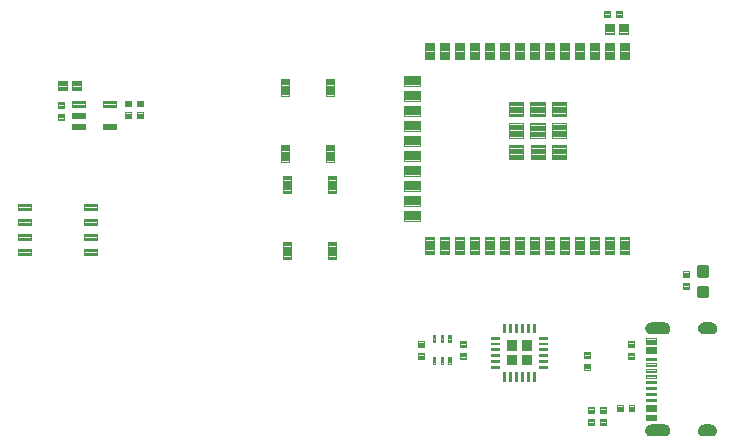
<source format=gtp>
G04 EAGLE Gerber RS-274X export*
G75*
%MOMM*%
%FSLAX34Y34*%
%LPD*%
%INSolderpaste Top*%
%IPPOS*%
%AMOC8*
5,1,8,0,0,1.08239X$1,22.5*%
G01*
%ADD10C,0.102000*%
%ADD11C,0.099000*%
%ADD12C,0.099059*%
%ADD13C,0.300000*%
%ADD14C,0.106400*%

G36*
X601177Y91496D02*
X601177Y91496D01*
X601181Y91492D01*
X602125Y91711D01*
X602131Y91717D01*
X602136Y91715D01*
X603008Y92139D01*
X603011Y92146D01*
X603017Y92144D01*
X603773Y92751D01*
X603775Y92759D01*
X603781Y92759D01*
X604382Y93519D01*
X604382Y93528D01*
X604388Y93529D01*
X604806Y94404D01*
X604804Y94412D01*
X604809Y94414D01*
X605022Y95360D01*
X605019Y95366D01*
X605021Y95368D01*
X605020Y95369D01*
X605023Y95371D01*
X605019Y96340D01*
X605019Y96341D01*
X605000Y97409D01*
X604995Y97416D01*
X604999Y97420D01*
X604743Y98457D01*
X604736Y98462D01*
X604739Y98468D01*
X604258Y99422D01*
X604251Y99426D01*
X604252Y99431D01*
X603571Y100255D01*
X603563Y100256D01*
X603563Y100262D01*
X602716Y100913D01*
X602708Y100913D01*
X602707Y100919D01*
X601736Y101366D01*
X601728Y101364D01*
X601726Y101369D01*
X600680Y101588D01*
X600678Y101587D01*
X600672Y101587D01*
X600670Y101589D01*
X588670Y101589D01*
X588667Y101587D01*
X588664Y101587D01*
X588662Y101589D01*
X587567Y101409D01*
X587561Y101403D01*
X587556Y101406D01*
X586528Y100987D01*
X586524Y100980D01*
X586519Y100982D01*
X585610Y100345D01*
X585608Y100337D01*
X585602Y100337D01*
X584858Y99514D01*
X584857Y99506D01*
X584851Y99505D01*
X584309Y98537D01*
X584310Y98528D01*
X584304Y98526D01*
X583991Y97462D01*
X583994Y97454D01*
X583989Y97451D01*
X583921Y96343D01*
X583925Y96337D01*
X583921Y96333D01*
X584091Y95225D01*
X584097Y95219D01*
X584094Y95214D01*
X584506Y94172D01*
X584513Y94168D01*
X584511Y94163D01*
X585145Y93238D01*
X585153Y93236D01*
X585152Y93230D01*
X585976Y92470D01*
X585984Y92469D01*
X585984Y92463D01*
X586956Y91906D01*
X586964Y91907D01*
X586966Y91901D01*
X588038Y91574D01*
X588046Y91577D01*
X588049Y91572D01*
X589166Y91491D01*
X589169Y91492D01*
X589170Y91491D01*
X601170Y91491D01*
X601177Y91496D01*
G37*
G36*
X600675Y5094D02*
X600675Y5094D01*
X600678Y5091D01*
X601674Y5249D01*
X601680Y5255D01*
X601685Y5252D01*
X602621Y5627D01*
X602625Y5634D01*
X602631Y5632D01*
X603460Y6206D01*
X603463Y6214D01*
X603468Y6213D01*
X604149Y6957D01*
X604150Y6966D01*
X604156Y6966D01*
X604654Y7843D01*
X604653Y7852D01*
X604658Y7854D01*
X604771Y8229D01*
X604949Y8819D01*
X604949Y8820D01*
X604948Y8822D01*
X604946Y8827D01*
X604951Y8830D01*
X605019Y9837D01*
X605018Y9839D01*
X605019Y9840D01*
X605010Y10921D01*
X605005Y10928D01*
X605009Y10932D01*
X604760Y11984D01*
X604753Y11989D01*
X604756Y11994D01*
X604279Y12964D01*
X604271Y12967D01*
X604273Y12973D01*
X603592Y13812D01*
X603584Y13814D01*
X603584Y13820D01*
X602734Y14486D01*
X602725Y14487D01*
X602724Y14492D01*
X601747Y14953D01*
X601739Y14951D01*
X601736Y14957D01*
X600681Y15188D01*
X600678Y15187D01*
X600672Y15187D01*
X600670Y15189D01*
X588670Y15189D01*
X588667Y15187D01*
X588663Y15187D01*
X588662Y15189D01*
X587556Y14996D01*
X587551Y14990D01*
X587546Y14993D01*
X586511Y14560D01*
X586507Y14553D01*
X586502Y14555D01*
X585589Y13902D01*
X585587Y13894D01*
X585581Y13895D01*
X584837Y13056D01*
X584836Y13047D01*
X584831Y13047D01*
X584292Y12063D01*
X584293Y12055D01*
X584288Y12053D01*
X584272Y11999D01*
X584091Y11359D01*
X583981Y10974D01*
X583984Y10967D01*
X583981Y10965D01*
X583981Y10964D01*
X583979Y10963D01*
X583921Y9843D01*
X583924Y9838D01*
X583921Y9835D01*
X584039Y8789D01*
X584045Y8783D01*
X584041Y8778D01*
X584389Y7784D01*
X584396Y7780D01*
X584394Y7775D01*
X584954Y6883D01*
X584961Y6881D01*
X584961Y6875D01*
X585705Y6131D01*
X585713Y6129D01*
X585713Y6124D01*
X586605Y5564D01*
X586613Y5564D01*
X586614Y5559D01*
X587608Y5211D01*
X587616Y5214D01*
X587619Y5209D01*
X588665Y5091D01*
X588668Y5093D01*
X588670Y5091D01*
X600670Y5091D01*
X600675Y5094D01*
G37*
G36*
X639976Y91495D02*
X639976Y91495D01*
X639979Y91492D01*
X641060Y91704D01*
X641065Y91710D01*
X641070Y91707D01*
X642076Y92154D01*
X642080Y92161D01*
X642086Y92159D01*
X642967Y92819D01*
X642970Y92827D01*
X642975Y92827D01*
X643688Y93666D01*
X643688Y93674D01*
X643694Y93675D01*
X644202Y94652D01*
X644201Y94660D01*
X644206Y94662D01*
X644484Y95727D01*
X644481Y95735D01*
X644485Y95738D01*
X644519Y96839D01*
X644516Y96844D01*
X644519Y96847D01*
X644364Y97923D01*
X644358Y97928D01*
X644361Y97933D01*
X643971Y98947D01*
X643964Y98951D01*
X643966Y98957D01*
X643359Y99859D01*
X643351Y99861D01*
X643352Y99867D01*
X642560Y100611D01*
X642552Y100612D01*
X642552Y100618D01*
X641614Y101167D01*
X641606Y101166D01*
X641604Y101172D01*
X640568Y101499D01*
X640560Y101496D01*
X640557Y101501D01*
X639474Y101589D01*
X639471Y101587D01*
X639470Y101589D01*
X633470Y101589D01*
X633467Y101587D01*
X633465Y101587D01*
X633464Y101589D01*
X632331Y101439D01*
X632325Y101433D01*
X632320Y101436D01*
X631250Y101038D01*
X631246Y101031D01*
X631240Y101033D01*
X630285Y100406D01*
X630282Y100398D01*
X630277Y100399D01*
X629485Y99576D01*
X629484Y99568D01*
X629478Y99567D01*
X628889Y98588D01*
X628890Y98580D01*
X628885Y98578D01*
X628529Y97493D01*
X628532Y97485D01*
X628527Y97482D01*
X628421Y96345D01*
X628426Y96336D01*
X628422Y96331D01*
X628629Y95194D01*
X628635Y95188D01*
X628632Y95183D01*
X629087Y94121D01*
X629094Y94117D01*
X629092Y94111D01*
X629772Y93176D01*
X629780Y93174D01*
X629779Y93168D01*
X630650Y92408D01*
X630658Y92408D01*
X630659Y92402D01*
X631678Y91855D01*
X631686Y91856D01*
X631688Y91851D01*
X632802Y91544D01*
X632810Y91547D01*
X632813Y91542D01*
X633968Y91491D01*
X633969Y91492D01*
X633970Y91491D01*
X639970Y91491D01*
X639976Y91495D01*
G37*
G36*
X639474Y5094D02*
X639474Y5094D01*
X639476Y5091D01*
X640609Y5241D01*
X640615Y5247D01*
X640620Y5244D01*
X641690Y5642D01*
X641694Y5649D01*
X641700Y5647D01*
X642655Y6274D01*
X642658Y6282D01*
X642663Y6281D01*
X643455Y7104D01*
X643456Y7112D01*
X643462Y7113D01*
X644051Y8092D01*
X644050Y8100D01*
X644055Y8102D01*
X644411Y9187D01*
X644409Y9195D01*
X644413Y9198D01*
X644519Y10335D01*
X644515Y10342D01*
X644519Y10347D01*
X644374Y11434D01*
X644368Y11440D01*
X644371Y11445D01*
X643988Y12473D01*
X643981Y12478D01*
X643983Y12483D01*
X643380Y13400D01*
X643372Y13403D01*
X643373Y13409D01*
X642581Y14169D01*
X642573Y14170D01*
X642572Y14176D01*
X641631Y14740D01*
X641623Y14739D01*
X641621Y14745D01*
X640578Y15086D01*
X640570Y15084D01*
X640567Y15088D01*
X639475Y15189D01*
X639472Y15187D01*
X639470Y15189D01*
X633470Y15189D01*
X633467Y15187D01*
X633466Y15189D01*
X632373Y15088D01*
X632367Y15083D01*
X632362Y15086D01*
X631319Y14745D01*
X631314Y14738D01*
X631309Y14740D01*
X630368Y14176D01*
X630365Y14168D01*
X630359Y14169D01*
X629567Y13409D01*
X629566Y13401D01*
X629560Y13400D01*
X628958Y12483D01*
X628958Y12475D01*
X628953Y12473D01*
X628569Y11445D01*
X628571Y11437D01*
X628566Y11434D01*
X628421Y10347D01*
X628425Y10339D01*
X628421Y10335D01*
X628527Y9198D01*
X628532Y9192D01*
X628529Y9187D01*
X628885Y8102D01*
X628892Y8097D01*
X628889Y8092D01*
X629478Y7113D01*
X629486Y7110D01*
X629485Y7104D01*
X630277Y6281D01*
X630285Y6280D01*
X630285Y6274D01*
X631240Y5647D01*
X631248Y5648D01*
X631250Y5642D01*
X632320Y5244D01*
X632328Y5246D01*
X632331Y5241D01*
X633464Y5091D01*
X633468Y5094D01*
X633470Y5091D01*
X639470Y5091D01*
X639474Y5094D01*
G37*
G36*
X475011Y77643D02*
X475011Y77643D01*
X475077Y77645D01*
X475120Y77663D01*
X475167Y77671D01*
X475224Y77705D01*
X475284Y77730D01*
X475319Y77761D01*
X475360Y77786D01*
X475402Y77837D01*
X475450Y77881D01*
X475472Y77923D01*
X475501Y77960D01*
X475522Y78022D01*
X475553Y78081D01*
X475561Y78135D01*
X475573Y78172D01*
X475572Y78212D01*
X475580Y78266D01*
X475580Y85766D01*
X475569Y85831D01*
X475567Y85897D01*
X475549Y85940D01*
X475541Y85987D01*
X475507Y86044D01*
X475482Y86104D01*
X475451Y86139D01*
X475426Y86180D01*
X475375Y86222D01*
X475331Y86270D01*
X475289Y86292D01*
X475252Y86321D01*
X475190Y86342D01*
X475131Y86373D01*
X475077Y86381D01*
X475040Y86393D01*
X475000Y86392D01*
X474946Y86400D01*
X467446Y86400D01*
X467381Y86389D01*
X467315Y86387D01*
X467272Y86369D01*
X467225Y86361D01*
X467168Y86327D01*
X467108Y86302D01*
X467073Y86271D01*
X467032Y86246D01*
X466991Y86195D01*
X466942Y86151D01*
X466920Y86109D01*
X466891Y86072D01*
X466870Y86010D01*
X466839Y85951D01*
X466831Y85897D01*
X466819Y85860D01*
X466820Y85820D01*
X466812Y85766D01*
X466812Y78266D01*
X466823Y78201D01*
X466825Y78135D01*
X466843Y78092D01*
X466851Y78045D01*
X466885Y77988D01*
X466910Y77928D01*
X466941Y77893D01*
X466966Y77852D01*
X467017Y77811D01*
X467061Y77762D01*
X467103Y77740D01*
X467140Y77711D01*
X467202Y77690D01*
X467261Y77659D01*
X467315Y77651D01*
X467352Y77639D01*
X467392Y77640D01*
X467446Y77632D01*
X474946Y77632D01*
X475011Y77643D01*
G37*
G36*
X487511Y77643D02*
X487511Y77643D01*
X487577Y77645D01*
X487620Y77663D01*
X487667Y77671D01*
X487724Y77705D01*
X487784Y77730D01*
X487819Y77761D01*
X487860Y77786D01*
X487902Y77837D01*
X487950Y77881D01*
X487972Y77923D01*
X488001Y77960D01*
X488022Y78022D01*
X488053Y78081D01*
X488061Y78135D01*
X488073Y78172D01*
X488072Y78212D01*
X488080Y78266D01*
X488080Y85766D01*
X488069Y85831D01*
X488067Y85897D01*
X488049Y85940D01*
X488041Y85987D01*
X488007Y86044D01*
X487982Y86104D01*
X487951Y86139D01*
X487926Y86180D01*
X487875Y86222D01*
X487831Y86270D01*
X487789Y86292D01*
X487752Y86321D01*
X487690Y86342D01*
X487631Y86373D01*
X487577Y86381D01*
X487540Y86393D01*
X487500Y86392D01*
X487446Y86400D01*
X479946Y86400D01*
X479881Y86389D01*
X479815Y86387D01*
X479772Y86369D01*
X479725Y86361D01*
X479668Y86327D01*
X479608Y86302D01*
X479573Y86271D01*
X479532Y86246D01*
X479491Y86195D01*
X479442Y86151D01*
X479420Y86109D01*
X479391Y86072D01*
X479370Y86010D01*
X479339Y85951D01*
X479331Y85897D01*
X479319Y85860D01*
X479320Y85820D01*
X479312Y85766D01*
X479312Y78266D01*
X479323Y78201D01*
X479325Y78135D01*
X479343Y78092D01*
X479351Y78045D01*
X479385Y77988D01*
X479410Y77928D01*
X479441Y77893D01*
X479466Y77852D01*
X479517Y77811D01*
X479561Y77762D01*
X479603Y77740D01*
X479640Y77711D01*
X479702Y77690D01*
X479761Y77659D01*
X479815Y77651D01*
X479852Y77639D01*
X479892Y77640D01*
X479946Y77632D01*
X487446Y77632D01*
X487511Y77643D01*
G37*
G36*
X487511Y65143D02*
X487511Y65143D01*
X487577Y65145D01*
X487620Y65163D01*
X487667Y65171D01*
X487724Y65205D01*
X487784Y65230D01*
X487819Y65261D01*
X487860Y65286D01*
X487902Y65337D01*
X487950Y65381D01*
X487972Y65423D01*
X488001Y65460D01*
X488022Y65522D01*
X488053Y65581D01*
X488061Y65635D01*
X488073Y65672D01*
X488072Y65712D01*
X488080Y65766D01*
X488080Y73266D01*
X488069Y73331D01*
X488067Y73397D01*
X488049Y73440D01*
X488041Y73487D01*
X488007Y73544D01*
X487982Y73604D01*
X487951Y73639D01*
X487926Y73680D01*
X487875Y73722D01*
X487831Y73770D01*
X487789Y73792D01*
X487752Y73821D01*
X487690Y73842D01*
X487631Y73873D01*
X487577Y73881D01*
X487540Y73893D01*
X487500Y73892D01*
X487446Y73900D01*
X479946Y73900D01*
X479881Y73889D01*
X479815Y73887D01*
X479772Y73869D01*
X479725Y73861D01*
X479668Y73827D01*
X479608Y73802D01*
X479573Y73771D01*
X479532Y73746D01*
X479491Y73695D01*
X479442Y73651D01*
X479420Y73609D01*
X479391Y73572D01*
X479370Y73510D01*
X479339Y73451D01*
X479331Y73397D01*
X479319Y73360D01*
X479320Y73320D01*
X479312Y73266D01*
X479312Y65766D01*
X479323Y65701D01*
X479325Y65635D01*
X479343Y65592D01*
X479351Y65545D01*
X479385Y65488D01*
X479410Y65428D01*
X479441Y65393D01*
X479466Y65352D01*
X479517Y65311D01*
X479561Y65262D01*
X479603Y65240D01*
X479640Y65211D01*
X479702Y65190D01*
X479761Y65159D01*
X479815Y65151D01*
X479852Y65139D01*
X479892Y65140D01*
X479946Y65132D01*
X487446Y65132D01*
X487511Y65143D01*
G37*
G36*
X475011Y65143D02*
X475011Y65143D01*
X475077Y65145D01*
X475120Y65163D01*
X475167Y65171D01*
X475224Y65205D01*
X475284Y65230D01*
X475319Y65261D01*
X475360Y65286D01*
X475402Y65337D01*
X475450Y65381D01*
X475472Y65423D01*
X475501Y65460D01*
X475522Y65522D01*
X475553Y65581D01*
X475561Y65635D01*
X475573Y65672D01*
X475572Y65712D01*
X475580Y65766D01*
X475580Y73266D01*
X475569Y73331D01*
X475567Y73397D01*
X475549Y73440D01*
X475541Y73487D01*
X475507Y73544D01*
X475482Y73604D01*
X475451Y73639D01*
X475426Y73680D01*
X475375Y73722D01*
X475331Y73770D01*
X475289Y73792D01*
X475252Y73821D01*
X475190Y73842D01*
X475131Y73873D01*
X475077Y73881D01*
X475040Y73893D01*
X475000Y73892D01*
X474946Y73900D01*
X467446Y73900D01*
X467381Y73889D01*
X467315Y73887D01*
X467272Y73869D01*
X467225Y73861D01*
X467168Y73827D01*
X467108Y73802D01*
X467073Y73771D01*
X467032Y73746D01*
X466991Y73695D01*
X466942Y73651D01*
X466920Y73609D01*
X466891Y73572D01*
X466870Y73510D01*
X466839Y73451D01*
X466831Y73397D01*
X466819Y73360D01*
X466820Y73320D01*
X466812Y73266D01*
X466812Y65766D01*
X466823Y65701D01*
X466825Y65635D01*
X466843Y65592D01*
X466851Y65545D01*
X466885Y65488D01*
X466910Y65428D01*
X466941Y65393D01*
X466966Y65352D01*
X467017Y65311D01*
X467061Y65262D01*
X467103Y65240D01*
X467140Y65211D01*
X467202Y65190D01*
X467261Y65159D01*
X467315Y65151D01*
X467352Y65139D01*
X467392Y65140D01*
X467446Y65132D01*
X474946Y65132D01*
X475011Y65143D01*
G37*
G36*
X466193Y92353D02*
X466193Y92353D01*
X466188Y92360D01*
X466195Y92366D01*
X466195Y100166D01*
X466159Y100213D01*
X466152Y100208D01*
X466146Y100215D01*
X463746Y100215D01*
X463699Y100179D01*
X463704Y100172D01*
X463697Y100166D01*
X463697Y92366D01*
X463733Y92319D01*
X463740Y92324D01*
X463746Y92317D01*
X466146Y92317D01*
X466193Y92353D01*
G37*
G36*
X476193Y92353D02*
X476193Y92353D01*
X476188Y92360D01*
X476195Y92366D01*
X476195Y100166D01*
X476159Y100213D01*
X476152Y100208D01*
X476146Y100215D01*
X473746Y100215D01*
X473699Y100179D01*
X473704Y100172D01*
X473697Y100166D01*
X473697Y92366D01*
X473733Y92319D01*
X473740Y92324D01*
X473746Y92317D01*
X476146Y92317D01*
X476193Y92353D01*
G37*
G36*
X471193Y92353D02*
X471193Y92353D01*
X471188Y92360D01*
X471195Y92366D01*
X471195Y100166D01*
X471159Y100213D01*
X471152Y100208D01*
X471146Y100215D01*
X468746Y100215D01*
X468699Y100179D01*
X468704Y100172D01*
X468697Y100166D01*
X468697Y92366D01*
X468733Y92319D01*
X468740Y92324D01*
X468746Y92317D01*
X471146Y92317D01*
X471193Y92353D01*
G37*
G36*
X486193Y92353D02*
X486193Y92353D01*
X486188Y92360D01*
X486195Y92366D01*
X486195Y100166D01*
X486159Y100213D01*
X486152Y100208D01*
X486146Y100215D01*
X483746Y100215D01*
X483699Y100179D01*
X483704Y100172D01*
X483697Y100166D01*
X483697Y92366D01*
X483733Y92319D01*
X483740Y92324D01*
X483746Y92317D01*
X486146Y92317D01*
X486193Y92353D01*
G37*
G36*
X481193Y92353D02*
X481193Y92353D01*
X481188Y92360D01*
X481195Y92366D01*
X481195Y100166D01*
X481159Y100213D01*
X481152Y100208D01*
X481146Y100215D01*
X478746Y100215D01*
X478699Y100179D01*
X478704Y100172D01*
X478697Y100166D01*
X478697Y92366D01*
X478733Y92319D01*
X478740Y92324D01*
X478746Y92317D01*
X481146Y92317D01*
X481193Y92353D01*
G37*
G36*
X491193Y92353D02*
X491193Y92353D01*
X491188Y92360D01*
X491195Y92366D01*
X491195Y100166D01*
X491159Y100213D01*
X491152Y100208D01*
X491146Y100215D01*
X488746Y100215D01*
X488699Y100179D01*
X488704Y100172D01*
X488697Y100166D01*
X488697Y92366D01*
X488733Y92319D01*
X488740Y92324D01*
X488746Y92317D01*
X491146Y92317D01*
X491193Y92353D01*
G37*
G36*
X460893Y87053D02*
X460893Y87053D01*
X460888Y87060D01*
X460895Y87066D01*
X460895Y89466D01*
X460859Y89513D01*
X460852Y89508D01*
X460846Y89515D01*
X453046Y89515D01*
X452999Y89479D01*
X453004Y89472D01*
X452997Y89466D01*
X452997Y87066D01*
X453033Y87019D01*
X453040Y87024D01*
X453046Y87017D01*
X460846Y87017D01*
X460893Y87053D01*
G37*
G36*
X501893Y87053D02*
X501893Y87053D01*
X501888Y87060D01*
X501895Y87066D01*
X501895Y89466D01*
X501859Y89513D01*
X501852Y89508D01*
X501846Y89515D01*
X494046Y89515D01*
X493999Y89479D01*
X494004Y89472D01*
X493997Y89466D01*
X493997Y87066D01*
X494033Y87019D01*
X494040Y87024D01*
X494046Y87017D01*
X501846Y87017D01*
X501893Y87053D01*
G37*
G36*
X501893Y82053D02*
X501893Y82053D01*
X501888Y82060D01*
X501895Y82066D01*
X501895Y84466D01*
X501859Y84513D01*
X501852Y84508D01*
X501846Y84515D01*
X494046Y84515D01*
X493999Y84479D01*
X494004Y84472D01*
X493997Y84466D01*
X493997Y82066D01*
X494033Y82019D01*
X494040Y82024D01*
X494046Y82017D01*
X501846Y82017D01*
X501893Y82053D01*
G37*
G36*
X460893Y82053D02*
X460893Y82053D01*
X460888Y82060D01*
X460895Y82066D01*
X460895Y84466D01*
X460859Y84513D01*
X460852Y84508D01*
X460846Y84515D01*
X453046Y84515D01*
X452999Y84479D01*
X453004Y84472D01*
X452997Y84466D01*
X452997Y82066D01*
X453033Y82019D01*
X453040Y82024D01*
X453046Y82017D01*
X460846Y82017D01*
X460893Y82053D01*
G37*
G36*
X501893Y77053D02*
X501893Y77053D01*
X501888Y77060D01*
X501895Y77066D01*
X501895Y79466D01*
X501859Y79513D01*
X501852Y79508D01*
X501846Y79515D01*
X494046Y79515D01*
X493999Y79479D01*
X494004Y79472D01*
X493997Y79466D01*
X493997Y77066D01*
X494033Y77019D01*
X494040Y77024D01*
X494046Y77017D01*
X501846Y77017D01*
X501893Y77053D01*
G37*
G36*
X460893Y77053D02*
X460893Y77053D01*
X460888Y77060D01*
X460895Y77066D01*
X460895Y79466D01*
X460859Y79513D01*
X460852Y79508D01*
X460846Y79515D01*
X453046Y79515D01*
X452999Y79479D01*
X453004Y79472D01*
X452997Y79466D01*
X452997Y77066D01*
X453033Y77019D01*
X453040Y77024D01*
X453046Y77017D01*
X460846Y77017D01*
X460893Y77053D01*
G37*
G36*
X460893Y72053D02*
X460893Y72053D01*
X460888Y72060D01*
X460895Y72066D01*
X460895Y74466D01*
X460859Y74513D01*
X460852Y74508D01*
X460846Y74515D01*
X453046Y74515D01*
X452999Y74479D01*
X453004Y74472D01*
X452997Y74466D01*
X452997Y72066D01*
X453033Y72019D01*
X453040Y72024D01*
X453046Y72017D01*
X460846Y72017D01*
X460893Y72053D01*
G37*
G36*
X501893Y72053D02*
X501893Y72053D01*
X501888Y72060D01*
X501895Y72066D01*
X501895Y74466D01*
X501859Y74513D01*
X501852Y74508D01*
X501846Y74515D01*
X494046Y74515D01*
X493999Y74479D01*
X494004Y74472D01*
X493997Y74466D01*
X493997Y72066D01*
X494033Y72019D01*
X494040Y72024D01*
X494046Y72017D01*
X501846Y72017D01*
X501893Y72053D01*
G37*
G36*
X501893Y67053D02*
X501893Y67053D01*
X501888Y67060D01*
X501895Y67066D01*
X501895Y69466D01*
X501859Y69513D01*
X501852Y69508D01*
X501846Y69515D01*
X494046Y69515D01*
X493999Y69479D01*
X494004Y69472D01*
X493997Y69466D01*
X493997Y67066D01*
X494033Y67019D01*
X494040Y67024D01*
X494046Y67017D01*
X501846Y67017D01*
X501893Y67053D01*
G37*
G36*
X460893Y67053D02*
X460893Y67053D01*
X460888Y67060D01*
X460895Y67066D01*
X460895Y69466D01*
X460859Y69513D01*
X460852Y69508D01*
X460846Y69515D01*
X453046Y69515D01*
X452999Y69479D01*
X453004Y69472D01*
X452997Y69466D01*
X452997Y67066D01*
X453033Y67019D01*
X453040Y67024D01*
X453046Y67017D01*
X460846Y67017D01*
X460893Y67053D01*
G37*
G36*
X501893Y62053D02*
X501893Y62053D01*
X501888Y62060D01*
X501895Y62066D01*
X501895Y64466D01*
X501859Y64513D01*
X501852Y64508D01*
X501846Y64515D01*
X494046Y64515D01*
X493999Y64479D01*
X494004Y64472D01*
X493997Y64466D01*
X493997Y62066D01*
X494033Y62019D01*
X494040Y62024D01*
X494046Y62017D01*
X501846Y62017D01*
X501893Y62053D01*
G37*
G36*
X460893Y62053D02*
X460893Y62053D01*
X460888Y62060D01*
X460895Y62066D01*
X460895Y64466D01*
X460859Y64513D01*
X460852Y64508D01*
X460846Y64515D01*
X453046Y64515D01*
X452999Y64479D01*
X453004Y64472D01*
X452997Y64466D01*
X452997Y62066D01*
X453033Y62019D01*
X453040Y62024D01*
X453046Y62017D01*
X460846Y62017D01*
X460893Y62053D01*
G37*
G36*
X476193Y51353D02*
X476193Y51353D01*
X476188Y51360D01*
X476195Y51366D01*
X476195Y59166D01*
X476159Y59213D01*
X476152Y59208D01*
X476146Y59215D01*
X473746Y59215D01*
X473699Y59179D01*
X473704Y59172D01*
X473697Y59166D01*
X473697Y51366D01*
X473733Y51319D01*
X473740Y51324D01*
X473746Y51317D01*
X476146Y51317D01*
X476193Y51353D01*
G37*
G36*
X466193Y51353D02*
X466193Y51353D01*
X466188Y51360D01*
X466195Y51366D01*
X466195Y59166D01*
X466159Y59213D01*
X466152Y59208D01*
X466146Y59215D01*
X463746Y59215D01*
X463699Y59179D01*
X463704Y59172D01*
X463697Y59166D01*
X463697Y51366D01*
X463733Y51319D01*
X463740Y51324D01*
X463746Y51317D01*
X466146Y51317D01*
X466193Y51353D01*
G37*
G36*
X491193Y51353D02*
X491193Y51353D01*
X491188Y51360D01*
X491195Y51366D01*
X491195Y59166D01*
X491159Y59213D01*
X491152Y59208D01*
X491146Y59215D01*
X488746Y59215D01*
X488699Y59179D01*
X488704Y59172D01*
X488697Y59166D01*
X488697Y51366D01*
X488733Y51319D01*
X488740Y51324D01*
X488746Y51317D01*
X491146Y51317D01*
X491193Y51353D01*
G37*
G36*
X486193Y51353D02*
X486193Y51353D01*
X486188Y51360D01*
X486195Y51366D01*
X486195Y59166D01*
X486159Y59213D01*
X486152Y59208D01*
X486146Y59215D01*
X483746Y59215D01*
X483699Y59179D01*
X483704Y59172D01*
X483697Y59166D01*
X483697Y51366D01*
X483733Y51319D01*
X483740Y51324D01*
X483746Y51317D01*
X486146Y51317D01*
X486193Y51353D01*
G37*
G36*
X481193Y51353D02*
X481193Y51353D01*
X481188Y51360D01*
X481195Y51366D01*
X481195Y59166D01*
X481159Y59213D01*
X481152Y59208D01*
X481146Y59215D01*
X478746Y59215D01*
X478699Y59179D01*
X478704Y59172D01*
X478697Y59166D01*
X478697Y51366D01*
X478733Y51319D01*
X478740Y51324D01*
X478746Y51317D01*
X481146Y51317D01*
X481193Y51353D01*
G37*
G36*
X471193Y51353D02*
X471193Y51353D01*
X471188Y51360D01*
X471195Y51366D01*
X471195Y59166D01*
X471159Y59213D01*
X471152Y59208D01*
X471146Y59215D01*
X468746Y59215D01*
X468699Y59179D01*
X468704Y59172D01*
X468697Y59166D01*
X468697Y51366D01*
X468733Y51319D01*
X468740Y51324D01*
X468746Y51317D01*
X471146Y51317D01*
X471193Y51353D01*
G37*
D10*
X396698Y75565D02*
X396698Y70585D01*
X391718Y70585D01*
X391718Y75565D01*
X396698Y75565D01*
X396698Y71554D02*
X391718Y71554D01*
X391718Y72523D02*
X396698Y72523D01*
X396698Y73492D02*
X391718Y73492D01*
X391718Y74461D02*
X396698Y74461D01*
X396698Y75430D02*
X391718Y75430D01*
X396698Y80585D02*
X396698Y85565D01*
X396698Y80585D02*
X391718Y80585D01*
X391718Y85565D01*
X396698Y85565D01*
X396698Y81554D02*
X391718Y81554D01*
X391718Y82523D02*
X396698Y82523D01*
X396698Y83492D02*
X391718Y83492D01*
X391718Y84461D02*
X396698Y84461D01*
X396698Y85430D02*
X391718Y85430D01*
X426770Y85819D02*
X426770Y80839D01*
X426770Y85819D02*
X431750Y85819D01*
X431750Y80839D01*
X426770Y80839D01*
X426770Y81808D02*
X431750Y81808D01*
X431750Y82777D02*
X426770Y82777D01*
X426770Y83746D02*
X431750Y83746D01*
X431750Y84715D02*
X426770Y84715D01*
X426770Y85684D02*
X431750Y85684D01*
X426770Y75819D02*
X426770Y70839D01*
X426770Y75819D02*
X431750Y75819D01*
X431750Y70839D01*
X426770Y70839D01*
X426770Y71808D02*
X431750Y71808D01*
X431750Y72777D02*
X426770Y72777D01*
X426770Y73746D02*
X431750Y73746D01*
X431750Y74715D02*
X426770Y74715D01*
X426770Y75684D02*
X431750Y75684D01*
X419224Y85093D02*
X417244Y85093D01*
X417244Y90673D01*
X419224Y90673D01*
X419224Y85093D01*
X419224Y86062D02*
X417244Y86062D01*
X417244Y87031D02*
X419224Y87031D01*
X419224Y88000D02*
X417244Y88000D01*
X417244Y88969D02*
X419224Y88969D01*
X419224Y89938D02*
X417244Y89938D01*
X412724Y72273D02*
X410744Y72273D01*
X412724Y72273D02*
X412724Y66693D01*
X410744Y66693D01*
X410744Y72273D01*
X410744Y67662D02*
X412724Y67662D01*
X412724Y68631D02*
X410744Y68631D01*
X410744Y69600D02*
X412724Y69600D01*
X412724Y70569D02*
X410744Y70569D01*
X410744Y71538D02*
X412724Y71538D01*
X406224Y72273D02*
X404244Y72273D01*
X406224Y72273D02*
X406224Y66693D01*
X404244Y66693D01*
X404244Y72273D01*
X404244Y67662D02*
X406224Y67662D01*
X406224Y68631D02*
X404244Y68631D01*
X404244Y69600D02*
X406224Y69600D01*
X406224Y70569D02*
X404244Y70569D01*
X404244Y71538D02*
X406224Y71538D01*
X417244Y72273D02*
X419224Y72273D01*
X419224Y66693D01*
X417244Y66693D01*
X417244Y72273D01*
X417244Y67662D02*
X419224Y67662D01*
X419224Y68631D02*
X417244Y68631D01*
X417244Y69600D02*
X419224Y69600D01*
X419224Y70569D02*
X417244Y70569D01*
X417244Y71538D02*
X419224Y71538D01*
X412724Y85093D02*
X410744Y85093D01*
X410744Y90673D01*
X412724Y90673D01*
X412724Y85093D01*
X412724Y86062D02*
X410744Y86062D01*
X410744Y87031D02*
X412724Y87031D01*
X412724Y88000D02*
X410744Y88000D01*
X410744Y88969D02*
X412724Y88969D01*
X412724Y89938D02*
X410744Y89938D01*
X406224Y85093D02*
X404244Y85093D01*
X404244Y90673D01*
X406224Y90673D01*
X406224Y85093D01*
X406224Y86062D02*
X404244Y86062D01*
X404244Y87031D02*
X406224Y87031D01*
X406224Y88000D02*
X404244Y88000D01*
X404244Y88969D02*
X406224Y88969D01*
X406224Y89938D02*
X404244Y89938D01*
X153720Y284450D02*
X153720Y289430D01*
X158700Y289430D01*
X158700Y284450D01*
X153720Y284450D01*
X153720Y285419D02*
X158700Y285419D01*
X158700Y286388D02*
X153720Y286388D01*
X153720Y287357D02*
X158700Y287357D01*
X158700Y288326D02*
X153720Y288326D01*
X153720Y289295D02*
X158700Y289295D01*
X153720Y279430D02*
X153720Y274450D01*
X153720Y279430D02*
X158700Y279430D01*
X158700Y274450D01*
X153720Y274450D01*
X153720Y275419D02*
X158700Y275419D01*
X158700Y276388D02*
X153720Y276388D01*
X153720Y277357D02*
X158700Y277357D01*
X158700Y278326D02*
X153720Y278326D01*
X153720Y279295D02*
X158700Y279295D01*
X148540Y279430D02*
X148540Y274450D01*
X143560Y274450D01*
X143560Y279430D01*
X148540Y279430D01*
X148540Y275419D02*
X143560Y275419D01*
X143560Y276388D02*
X148540Y276388D01*
X148540Y277357D02*
X143560Y277357D01*
X143560Y278326D02*
X148540Y278326D01*
X148540Y279295D02*
X143560Y279295D01*
X148540Y284450D02*
X148540Y289430D01*
X148540Y284450D02*
X143560Y284450D01*
X143560Y289430D01*
X148540Y289430D01*
X148540Y285419D02*
X143560Y285419D01*
X143560Y286388D02*
X148540Y286388D01*
X148540Y287357D02*
X143560Y287357D01*
X143560Y288326D02*
X148540Y288326D01*
X148540Y289295D02*
X143560Y289295D01*
D11*
X98334Y288615D02*
X98334Y284105D01*
X98334Y288615D02*
X109344Y288615D01*
X109344Y284105D01*
X98334Y284105D01*
X98334Y285045D02*
X109344Y285045D01*
X109344Y285985D02*
X98334Y285985D01*
X98334Y286925D02*
X109344Y286925D01*
X109344Y287865D02*
X98334Y287865D01*
X98334Y279115D02*
X98334Y274605D01*
X98334Y279115D02*
X109344Y279115D01*
X109344Y274605D01*
X98334Y274605D01*
X98334Y275545D02*
X109344Y275545D01*
X109344Y276485D02*
X98334Y276485D01*
X98334Y277425D02*
X109344Y277425D01*
X109344Y278365D02*
X98334Y278365D01*
X98334Y269615D02*
X98334Y265105D01*
X98334Y269615D02*
X109344Y269615D01*
X109344Y265105D01*
X98334Y265105D01*
X98334Y266045D02*
X109344Y266045D01*
X109344Y266985D02*
X98334Y266985D01*
X98334Y267925D02*
X109344Y267925D01*
X109344Y268865D02*
X98334Y268865D01*
X124336Y269615D02*
X124336Y265105D01*
X124336Y269615D02*
X135346Y269615D01*
X135346Y265105D01*
X124336Y265105D01*
X124336Y266045D02*
X135346Y266045D01*
X135346Y266985D02*
X124336Y266985D01*
X124336Y267925D02*
X135346Y267925D01*
X135346Y268865D02*
X124336Y268865D01*
X124336Y284105D02*
X124336Y288615D01*
X135346Y288615D01*
X135346Y284105D01*
X124336Y284105D01*
X124336Y285045D02*
X135346Y285045D01*
X135346Y285985D02*
X124336Y285985D01*
X124336Y286925D02*
X135346Y286925D01*
X135346Y287865D02*
X124336Y287865D01*
D10*
X86410Y288160D02*
X86410Y283180D01*
X86410Y288160D02*
X91390Y288160D01*
X91390Y283180D01*
X86410Y283180D01*
X86410Y284149D02*
X91390Y284149D01*
X91390Y285118D02*
X86410Y285118D01*
X86410Y286087D02*
X91390Y286087D01*
X91390Y287056D02*
X86410Y287056D01*
X86410Y288025D02*
X91390Y288025D01*
X86410Y278160D02*
X86410Y273180D01*
X86410Y278160D02*
X91390Y278160D01*
X91390Y273180D01*
X86410Y273180D01*
X86410Y274149D02*
X91390Y274149D01*
X91390Y275118D02*
X86410Y275118D01*
X86410Y276087D02*
X91390Y276087D01*
X91390Y277056D02*
X86410Y277056D01*
X86410Y278025D02*
X91390Y278025D01*
X98580Y306250D02*
X106060Y306250D01*
X106060Y298270D01*
X98580Y298270D01*
X98580Y306250D01*
X98580Y299239D02*
X106060Y299239D01*
X106060Y300208D02*
X98580Y300208D01*
X98580Y301177D02*
X106060Y301177D01*
X106060Y302146D02*
X98580Y302146D01*
X98580Y303115D02*
X106060Y303115D01*
X106060Y304084D02*
X98580Y304084D01*
X98580Y305053D02*
X106060Y305053D01*
X106060Y306022D02*
X98580Y306022D01*
X94460Y306250D02*
X86980Y306250D01*
X94460Y306250D02*
X94460Y298270D01*
X86980Y298270D01*
X86980Y306250D01*
X86980Y299239D02*
X94460Y299239D01*
X94460Y300208D02*
X86980Y300208D01*
X86980Y301177D02*
X94460Y301177D01*
X94460Y302146D02*
X86980Y302146D01*
X86980Y303115D02*
X94460Y303115D01*
X94460Y304084D02*
X86980Y304084D01*
X86980Y305053D02*
X94460Y305053D01*
X94460Y306022D02*
X86980Y306022D01*
X559024Y365202D02*
X564004Y365202D01*
X564004Y360222D01*
X559024Y360222D01*
X559024Y365202D01*
X559024Y361191D02*
X564004Y361191D01*
X564004Y362160D02*
X559024Y362160D01*
X559024Y363129D02*
X564004Y363129D01*
X564004Y364098D02*
X559024Y364098D01*
X559024Y365067D02*
X564004Y365067D01*
X554004Y365202D02*
X549024Y365202D01*
X554004Y365202D02*
X554004Y360222D01*
X549024Y360222D01*
X549024Y365202D01*
X549024Y361191D02*
X554004Y361191D01*
X554004Y362160D02*
X549024Y362160D01*
X549024Y363129D02*
X554004Y363129D01*
X554004Y364098D02*
X549024Y364098D01*
X549024Y365067D02*
X554004Y365067D01*
D12*
X322085Y211315D02*
X315455Y211315D01*
X315455Y225565D01*
X322085Y225565D01*
X322085Y211315D01*
X322085Y212256D02*
X315455Y212256D01*
X315455Y213197D02*
X322085Y213197D01*
X322085Y214138D02*
X315455Y214138D01*
X315455Y215079D02*
X322085Y215079D01*
X322085Y216020D02*
X315455Y216020D01*
X315455Y216961D02*
X322085Y216961D01*
X322085Y217902D02*
X315455Y217902D01*
X315455Y218843D02*
X322085Y218843D01*
X322085Y219784D02*
X315455Y219784D01*
X315455Y220725D02*
X322085Y220725D01*
X322085Y221666D02*
X315455Y221666D01*
X315455Y222607D02*
X322085Y222607D01*
X322085Y223548D02*
X315455Y223548D01*
X315455Y224489D02*
X322085Y224489D01*
X322085Y225430D02*
X315455Y225430D01*
X315455Y155435D02*
X322085Y155435D01*
X315455Y155435D02*
X315455Y169685D01*
X322085Y169685D01*
X322085Y155435D01*
X322085Y156376D02*
X315455Y156376D01*
X315455Y157317D02*
X322085Y157317D01*
X322085Y158258D02*
X315455Y158258D01*
X315455Y159199D02*
X322085Y159199D01*
X322085Y160140D02*
X315455Y160140D01*
X315455Y161081D02*
X322085Y161081D01*
X322085Y162022D02*
X315455Y162022D01*
X315455Y162963D02*
X322085Y162963D01*
X322085Y163904D02*
X315455Y163904D01*
X315455Y164845D02*
X322085Y164845D01*
X322085Y165786D02*
X315455Y165786D01*
X315455Y166727D02*
X322085Y166727D01*
X322085Y167668D02*
X315455Y167668D01*
X315455Y168609D02*
X322085Y168609D01*
X322085Y169550D02*
X315455Y169550D01*
X283985Y211315D02*
X277355Y211315D01*
X277355Y225565D01*
X283985Y225565D01*
X283985Y211315D01*
X283985Y212256D02*
X277355Y212256D01*
X277355Y213197D02*
X283985Y213197D01*
X283985Y214138D02*
X277355Y214138D01*
X277355Y215079D02*
X283985Y215079D01*
X283985Y216020D02*
X277355Y216020D01*
X277355Y216961D02*
X283985Y216961D01*
X283985Y217902D02*
X277355Y217902D01*
X277355Y218843D02*
X283985Y218843D01*
X283985Y219784D02*
X277355Y219784D01*
X277355Y220725D02*
X283985Y220725D01*
X283985Y221666D02*
X277355Y221666D01*
X277355Y222607D02*
X283985Y222607D01*
X283985Y223548D02*
X277355Y223548D01*
X277355Y224489D02*
X283985Y224489D01*
X283985Y225430D02*
X277355Y225430D01*
X277355Y155435D02*
X283985Y155435D01*
X277355Y155435D02*
X277355Y169685D01*
X283985Y169685D01*
X283985Y155435D01*
X283985Y156376D02*
X277355Y156376D01*
X277355Y157317D02*
X283985Y157317D01*
X283985Y158258D02*
X277355Y158258D01*
X277355Y159199D02*
X283985Y159199D01*
X283985Y160140D02*
X277355Y160140D01*
X277355Y161081D02*
X283985Y161081D01*
X283985Y162022D02*
X277355Y162022D01*
X277355Y162963D02*
X283985Y162963D01*
X283985Y163904D02*
X277355Y163904D01*
X277355Y164845D02*
X283985Y164845D01*
X283985Y165786D02*
X277355Y165786D01*
X277355Y166727D02*
X283985Y166727D01*
X283985Y167668D02*
X277355Y167668D01*
X277355Y168609D02*
X283985Y168609D01*
X283985Y169550D02*
X277355Y169550D01*
D10*
X532180Y76578D02*
X532180Y71598D01*
X532180Y76578D02*
X537160Y76578D01*
X537160Y71598D01*
X532180Y71598D01*
X532180Y72567D02*
X537160Y72567D01*
X537160Y73536D02*
X532180Y73536D01*
X532180Y74505D02*
X537160Y74505D01*
X537160Y75474D02*
X532180Y75474D01*
X532180Y76443D02*
X537160Y76443D01*
X532180Y66578D02*
X532180Y61598D01*
X532180Y66578D02*
X537160Y66578D01*
X537160Y61598D01*
X532180Y61598D01*
X532180Y62567D02*
X537160Y62567D01*
X537160Y63536D02*
X532180Y63536D01*
X532180Y64505D02*
X537160Y64505D01*
X537160Y65474D02*
X532180Y65474D01*
X532180Y66443D02*
X537160Y66443D01*
X593360Y61830D02*
X593360Y59850D01*
X584380Y59850D01*
X584380Y61830D01*
X593360Y61830D01*
X593360Y60819D02*
X584380Y60819D01*
X584380Y61788D02*
X593360Y61788D01*
X593360Y56830D02*
X593360Y54850D01*
X584380Y54850D01*
X584380Y56830D01*
X593360Y56830D01*
X593360Y55819D02*
X584380Y55819D01*
X584380Y56788D02*
X593360Y56788D01*
X593360Y83100D02*
X593360Y88080D01*
X593360Y83100D02*
X584380Y83100D01*
X584380Y88080D01*
X593360Y88080D01*
X593360Y84069D02*
X584380Y84069D01*
X584380Y85038D02*
X593360Y85038D01*
X593360Y86007D02*
X584380Y86007D01*
X584380Y86976D02*
X593360Y86976D01*
X593360Y87945D02*
X584380Y87945D01*
X593360Y80330D02*
X593360Y75350D01*
X584380Y75350D01*
X584380Y80330D01*
X593360Y80330D01*
X593360Y76319D02*
X584380Y76319D01*
X584380Y77288D02*
X593360Y77288D01*
X593360Y78257D02*
X584380Y78257D01*
X584380Y79226D02*
X593360Y79226D01*
X593360Y80195D02*
X584380Y80195D01*
X593360Y71830D02*
X593360Y69850D01*
X584380Y69850D01*
X584380Y71830D01*
X593360Y71830D01*
X593360Y70819D02*
X584380Y70819D01*
X584380Y71788D02*
X593360Y71788D01*
X593360Y66830D02*
X593360Y64850D01*
X584380Y64850D01*
X584380Y66830D01*
X593360Y66830D01*
X593360Y65819D02*
X584380Y65819D01*
X584380Y66788D02*
X593360Y66788D01*
X584380Y46830D02*
X584380Y44850D01*
X584380Y46830D02*
X593360Y46830D01*
X593360Y44850D01*
X584380Y44850D01*
X584380Y45819D02*
X593360Y45819D01*
X593360Y46788D02*
X584380Y46788D01*
X584380Y49850D02*
X584380Y51830D01*
X593360Y51830D01*
X593360Y49850D01*
X584380Y49850D01*
X584380Y50819D02*
X593360Y50819D01*
X593360Y51788D02*
X584380Y51788D01*
X584380Y23580D02*
X584380Y18600D01*
X584380Y23580D02*
X593360Y23580D01*
X593360Y18600D01*
X584380Y18600D01*
X584380Y19569D02*
X593360Y19569D01*
X593360Y20538D02*
X584380Y20538D01*
X584380Y21507D02*
X593360Y21507D01*
X593360Y22476D02*
X584380Y22476D01*
X584380Y23445D02*
X593360Y23445D01*
X584380Y26350D02*
X584380Y31330D01*
X593360Y31330D01*
X593360Y26350D01*
X584380Y26350D01*
X584380Y27319D02*
X593360Y27319D01*
X593360Y28288D02*
X584380Y28288D01*
X584380Y29257D02*
X593360Y29257D01*
X593360Y30226D02*
X584380Y30226D01*
X584380Y31195D02*
X593360Y31195D01*
X584380Y34850D02*
X584380Y36830D01*
X593360Y36830D01*
X593360Y34850D01*
X584380Y34850D01*
X584380Y35819D02*
X593360Y35819D01*
X593360Y36788D02*
X584380Y36788D01*
X584380Y39850D02*
X584380Y41830D01*
X593360Y41830D01*
X593360Y39850D01*
X584380Y39850D01*
X584380Y40819D02*
X593360Y40819D01*
X593360Y41788D02*
X584380Y41788D01*
X564672Y26466D02*
X559692Y26466D01*
X559692Y31446D01*
X564672Y31446D01*
X564672Y26466D01*
X564672Y27435D02*
X559692Y27435D01*
X559692Y28404D02*
X564672Y28404D01*
X564672Y29373D02*
X559692Y29373D01*
X559692Y30342D02*
X564672Y30342D01*
X564672Y31311D02*
X559692Y31311D01*
X569692Y26466D02*
X574672Y26466D01*
X569692Y26466D02*
X569692Y31446D01*
X574672Y31446D01*
X574672Y26466D01*
X574672Y27435D02*
X569692Y27435D01*
X569692Y28404D02*
X574672Y28404D01*
X574672Y29373D02*
X569692Y29373D01*
X569692Y30342D02*
X574672Y30342D01*
X574672Y31311D02*
X569692Y31311D01*
X569010Y80742D02*
X569010Y85722D01*
X573990Y85722D01*
X573990Y80742D01*
X569010Y80742D01*
X569010Y81711D02*
X573990Y81711D01*
X573990Y82680D02*
X569010Y82680D01*
X569010Y83649D02*
X573990Y83649D01*
X573990Y84618D02*
X569010Y84618D01*
X569010Y85587D02*
X573990Y85587D01*
X569010Y75722D02*
X569010Y70742D01*
X569010Y75722D02*
X573990Y75722D01*
X573990Y70742D01*
X569010Y70742D01*
X569010Y71711D02*
X573990Y71711D01*
X573990Y72680D02*
X569010Y72680D01*
X569010Y73649D02*
X573990Y73649D01*
X573990Y74618D02*
X569010Y74618D01*
X569010Y75587D02*
X573990Y75587D01*
D12*
X281953Y251981D02*
X275323Y251981D01*
X281953Y251981D02*
X281953Y237731D01*
X275323Y237731D01*
X275323Y251981D01*
X275323Y238672D02*
X281953Y238672D01*
X281953Y239613D02*
X275323Y239613D01*
X275323Y240554D02*
X281953Y240554D01*
X281953Y241495D02*
X275323Y241495D01*
X275323Y242436D02*
X281953Y242436D01*
X281953Y243377D02*
X275323Y243377D01*
X275323Y244318D02*
X281953Y244318D01*
X281953Y245259D02*
X275323Y245259D01*
X275323Y246200D02*
X281953Y246200D01*
X281953Y247141D02*
X275323Y247141D01*
X275323Y248082D02*
X281953Y248082D01*
X281953Y249023D02*
X275323Y249023D01*
X275323Y249964D02*
X281953Y249964D01*
X281953Y250905D02*
X275323Y250905D01*
X275323Y251846D02*
X281953Y251846D01*
X281953Y307861D02*
X275323Y307861D01*
X281953Y307861D02*
X281953Y293611D01*
X275323Y293611D01*
X275323Y307861D01*
X275323Y294552D02*
X281953Y294552D01*
X281953Y295493D02*
X275323Y295493D01*
X275323Y296434D02*
X281953Y296434D01*
X281953Y297375D02*
X275323Y297375D01*
X275323Y298316D02*
X281953Y298316D01*
X281953Y299257D02*
X275323Y299257D01*
X275323Y300198D02*
X281953Y300198D01*
X281953Y301139D02*
X275323Y301139D01*
X275323Y302080D02*
X281953Y302080D01*
X281953Y303021D02*
X275323Y303021D01*
X275323Y303962D02*
X281953Y303962D01*
X281953Y304903D02*
X275323Y304903D01*
X275323Y305844D02*
X281953Y305844D01*
X281953Y306785D02*
X275323Y306785D01*
X275323Y307726D02*
X281953Y307726D01*
X313423Y251981D02*
X320053Y251981D01*
X320053Y237731D01*
X313423Y237731D01*
X313423Y251981D01*
X313423Y238672D02*
X320053Y238672D01*
X320053Y239613D02*
X313423Y239613D01*
X313423Y240554D02*
X320053Y240554D01*
X320053Y241495D02*
X313423Y241495D01*
X313423Y242436D02*
X320053Y242436D01*
X320053Y243377D02*
X313423Y243377D01*
X313423Y244318D02*
X320053Y244318D01*
X320053Y245259D02*
X313423Y245259D01*
X313423Y246200D02*
X320053Y246200D01*
X320053Y247141D02*
X313423Y247141D01*
X313423Y248082D02*
X320053Y248082D01*
X320053Y249023D02*
X313423Y249023D01*
X313423Y249964D02*
X320053Y249964D01*
X320053Y250905D02*
X313423Y250905D01*
X313423Y251846D02*
X320053Y251846D01*
X320053Y307861D02*
X313423Y307861D01*
X320053Y307861D02*
X320053Y293611D01*
X313423Y293611D01*
X313423Y307861D01*
X313423Y294552D02*
X320053Y294552D01*
X320053Y295493D02*
X313423Y295493D01*
X313423Y296434D02*
X320053Y296434D01*
X320053Y297375D02*
X313423Y297375D01*
X313423Y298316D02*
X320053Y298316D01*
X320053Y299257D02*
X313423Y299257D01*
X313423Y300198D02*
X320053Y300198D01*
X320053Y301139D02*
X313423Y301139D01*
X313423Y302080D02*
X320053Y302080D01*
X320053Y303021D02*
X313423Y303021D01*
X313423Y303962D02*
X320053Y303962D01*
X320053Y304903D02*
X313423Y304903D01*
X313423Y305844D02*
X320053Y305844D01*
X320053Y306785D02*
X313423Y306785D01*
X313423Y307726D02*
X320053Y307726D01*
D10*
X549768Y346022D02*
X557248Y346022D01*
X549768Y346022D02*
X549768Y354002D01*
X557248Y354002D01*
X557248Y346022D01*
X557248Y346991D02*
X549768Y346991D01*
X549768Y347960D02*
X557248Y347960D01*
X557248Y348929D02*
X549768Y348929D01*
X549768Y349898D02*
X557248Y349898D01*
X557248Y350867D02*
X549768Y350867D01*
X549768Y351836D02*
X557248Y351836D01*
X557248Y352805D02*
X549768Y352805D01*
X549768Y353774D02*
X557248Y353774D01*
X561368Y346022D02*
X568848Y346022D01*
X561368Y346022D02*
X561368Y354002D01*
X568848Y354002D01*
X568848Y346022D01*
X568848Y346991D02*
X561368Y346991D01*
X561368Y347960D02*
X568848Y347960D01*
X568848Y348929D02*
X561368Y348929D01*
X561368Y349898D02*
X568848Y349898D01*
X568848Y350867D02*
X561368Y350867D01*
X561368Y351836D02*
X568848Y351836D01*
X568848Y352805D02*
X561368Y352805D01*
X561368Y353774D02*
X568848Y353774D01*
X550368Y19842D02*
X550368Y14862D01*
X545388Y14862D01*
X545388Y19842D01*
X550368Y19842D01*
X550368Y15831D02*
X545388Y15831D01*
X545388Y16800D02*
X550368Y16800D01*
X550368Y17769D02*
X545388Y17769D01*
X545388Y18738D02*
X550368Y18738D01*
X550368Y19707D02*
X545388Y19707D01*
X550368Y24862D02*
X550368Y29842D01*
X550368Y24862D02*
X545388Y24862D01*
X545388Y29842D01*
X550368Y29842D01*
X550368Y25831D02*
X545388Y25831D01*
X545388Y26800D02*
X550368Y26800D01*
X550368Y27769D02*
X545388Y27769D01*
X545388Y28738D02*
X550368Y28738D01*
X550368Y29707D02*
X545388Y29707D01*
X540462Y19842D02*
X540462Y14862D01*
X535482Y14862D01*
X535482Y19842D01*
X540462Y19842D01*
X540462Y15831D02*
X535482Y15831D01*
X535482Y16800D02*
X540462Y16800D01*
X540462Y17769D02*
X535482Y17769D01*
X535482Y18738D02*
X540462Y18738D01*
X540462Y19707D02*
X535482Y19707D01*
X540462Y24862D02*
X540462Y29842D01*
X540462Y24862D02*
X535482Y24862D01*
X535482Y29842D01*
X540462Y29842D01*
X540462Y25831D02*
X535482Y25831D01*
X535482Y26800D02*
X540462Y26800D01*
X540462Y27769D02*
X535482Y27769D01*
X535482Y28738D02*
X540462Y28738D01*
X540462Y29707D02*
X535482Y29707D01*
X616000Y139924D02*
X616000Y144904D01*
X620980Y144904D01*
X620980Y139924D01*
X616000Y139924D01*
X616000Y140893D02*
X620980Y140893D01*
X620980Y141862D02*
X616000Y141862D01*
X616000Y142831D02*
X620980Y142831D01*
X620980Y143800D02*
X616000Y143800D01*
X616000Y144769D02*
X620980Y144769D01*
X616000Y134904D02*
X616000Y129924D01*
X616000Y134904D02*
X620980Y134904D01*
X620980Y129924D01*
X616000Y129924D01*
X616000Y130893D02*
X620980Y130893D01*
X620980Y131862D02*
X616000Y131862D01*
X616000Y132831D02*
X620980Y132831D01*
X620980Y133800D02*
X616000Y133800D01*
X616000Y134769D02*
X620980Y134769D01*
D13*
X629468Y130620D02*
X636468Y130620D01*
X636468Y123620D01*
X629468Y123620D01*
X629468Y130620D01*
X629468Y126470D02*
X636468Y126470D01*
X636468Y129320D02*
X629468Y129320D01*
X629468Y148160D02*
X636468Y148160D01*
X636468Y141160D01*
X629468Y141160D01*
X629468Y148160D01*
X629468Y144010D02*
X636468Y144010D01*
X636468Y146860D02*
X629468Y146860D01*
D10*
X52870Y196900D02*
X52870Y201880D01*
X63850Y201880D01*
X63850Y196900D01*
X52870Y196900D01*
X52870Y197869D02*
X63850Y197869D01*
X63850Y198838D02*
X52870Y198838D01*
X52870Y199807D02*
X63850Y199807D01*
X63850Y200776D02*
X52870Y200776D01*
X52870Y201745D02*
X63850Y201745D01*
X52870Y189180D02*
X52870Y184200D01*
X52870Y189180D02*
X63850Y189180D01*
X63850Y184200D01*
X52870Y184200D01*
X52870Y185169D02*
X63850Y185169D01*
X63850Y186138D02*
X52870Y186138D01*
X52870Y187107D02*
X63850Y187107D01*
X63850Y188076D02*
X52870Y188076D01*
X52870Y189045D02*
X63850Y189045D01*
X52870Y176480D02*
X52870Y171500D01*
X52870Y176480D02*
X63850Y176480D01*
X63850Y171500D01*
X52870Y171500D01*
X52870Y172469D02*
X63850Y172469D01*
X63850Y173438D02*
X52870Y173438D01*
X52870Y174407D02*
X63850Y174407D01*
X63850Y175376D02*
X52870Y175376D01*
X52870Y176345D02*
X63850Y176345D01*
X52870Y163780D02*
X52870Y158800D01*
X52870Y163780D02*
X63850Y163780D01*
X63850Y158800D01*
X52870Y158800D01*
X52870Y159769D02*
X63850Y159769D01*
X63850Y160738D02*
X52870Y160738D01*
X52870Y161707D02*
X63850Y161707D01*
X63850Y162676D02*
X52870Y162676D01*
X52870Y163645D02*
X63850Y163645D01*
X108870Y163780D02*
X108870Y158800D01*
X108870Y163780D02*
X119850Y163780D01*
X119850Y158800D01*
X108870Y158800D01*
X108870Y159769D02*
X119850Y159769D01*
X119850Y160738D02*
X108870Y160738D01*
X108870Y161707D02*
X119850Y161707D01*
X119850Y162676D02*
X108870Y162676D01*
X108870Y163645D02*
X119850Y163645D01*
X108870Y171500D02*
X108870Y176480D01*
X119850Y176480D01*
X119850Y171500D01*
X108870Y171500D01*
X108870Y172469D02*
X119850Y172469D01*
X119850Y173438D02*
X108870Y173438D01*
X108870Y174407D02*
X119850Y174407D01*
X119850Y175376D02*
X108870Y175376D01*
X108870Y176345D02*
X119850Y176345D01*
X108870Y184200D02*
X108870Y189180D01*
X119850Y189180D01*
X119850Y184200D01*
X108870Y184200D01*
X108870Y185169D02*
X119850Y185169D01*
X119850Y186138D02*
X108870Y186138D01*
X108870Y187107D02*
X119850Y187107D01*
X119850Y188076D02*
X108870Y188076D01*
X108870Y189045D02*
X119850Y189045D01*
X108870Y196900D02*
X108870Y201880D01*
X119850Y201880D01*
X119850Y196900D01*
X108870Y196900D01*
X108870Y197869D02*
X119850Y197869D01*
X119850Y198838D02*
X108870Y198838D01*
X108870Y199807D02*
X119850Y199807D01*
X119850Y200776D02*
X108870Y200776D01*
X108870Y201745D02*
X119850Y201745D01*
D11*
X562199Y324295D02*
X570209Y324295D01*
X562199Y324295D02*
X562199Y338305D01*
X570209Y338305D01*
X570209Y324295D01*
X570209Y325235D02*
X562199Y325235D01*
X562199Y326175D02*
X570209Y326175D01*
X570209Y327115D02*
X562199Y327115D01*
X562199Y328055D02*
X570209Y328055D01*
X570209Y328995D02*
X562199Y328995D01*
X562199Y329935D02*
X570209Y329935D01*
X570209Y330875D02*
X562199Y330875D01*
X562199Y331815D02*
X570209Y331815D01*
X570209Y332755D02*
X562199Y332755D01*
X562199Y333695D02*
X570209Y333695D01*
X570209Y334635D02*
X562199Y334635D01*
X562199Y335575D02*
X570209Y335575D01*
X570209Y336515D02*
X562199Y336515D01*
X562199Y337455D02*
X570209Y337455D01*
X557509Y324295D02*
X549499Y324295D01*
X549499Y338305D01*
X557509Y338305D01*
X557509Y324295D01*
X557509Y325235D02*
X549499Y325235D01*
X549499Y326175D02*
X557509Y326175D01*
X557509Y327115D02*
X549499Y327115D01*
X549499Y328055D02*
X557509Y328055D01*
X557509Y328995D02*
X549499Y328995D01*
X549499Y329935D02*
X557509Y329935D01*
X557509Y330875D02*
X549499Y330875D01*
X549499Y331815D02*
X557509Y331815D01*
X557509Y332755D02*
X549499Y332755D01*
X549499Y333695D02*
X557509Y333695D01*
X557509Y334635D02*
X549499Y334635D01*
X549499Y335575D02*
X557509Y335575D01*
X557509Y336515D02*
X549499Y336515D01*
X549499Y337455D02*
X557509Y337455D01*
X544809Y324295D02*
X536799Y324295D01*
X536799Y338305D01*
X544809Y338305D01*
X544809Y324295D01*
X544809Y325235D02*
X536799Y325235D01*
X536799Y326175D02*
X544809Y326175D01*
X544809Y327115D02*
X536799Y327115D01*
X536799Y328055D02*
X544809Y328055D01*
X544809Y328995D02*
X536799Y328995D01*
X536799Y329935D02*
X544809Y329935D01*
X544809Y330875D02*
X536799Y330875D01*
X536799Y331815D02*
X544809Y331815D01*
X544809Y332755D02*
X536799Y332755D01*
X536799Y333695D02*
X544809Y333695D01*
X544809Y334635D02*
X536799Y334635D01*
X536799Y335575D02*
X544809Y335575D01*
X544809Y336515D02*
X536799Y336515D01*
X536799Y337455D02*
X544809Y337455D01*
X532109Y324295D02*
X524099Y324295D01*
X524099Y338305D01*
X532109Y338305D01*
X532109Y324295D01*
X532109Y325235D02*
X524099Y325235D01*
X524099Y326175D02*
X532109Y326175D01*
X532109Y327115D02*
X524099Y327115D01*
X524099Y328055D02*
X532109Y328055D01*
X532109Y328995D02*
X524099Y328995D01*
X524099Y329935D02*
X532109Y329935D01*
X532109Y330875D02*
X524099Y330875D01*
X524099Y331815D02*
X532109Y331815D01*
X532109Y332755D02*
X524099Y332755D01*
X524099Y333695D02*
X532109Y333695D01*
X532109Y334635D02*
X524099Y334635D01*
X524099Y335575D02*
X532109Y335575D01*
X532109Y336515D02*
X524099Y336515D01*
X524099Y337455D02*
X532109Y337455D01*
X519409Y324295D02*
X511399Y324295D01*
X511399Y338305D01*
X519409Y338305D01*
X519409Y324295D01*
X519409Y325235D02*
X511399Y325235D01*
X511399Y326175D02*
X519409Y326175D01*
X519409Y327115D02*
X511399Y327115D01*
X511399Y328055D02*
X519409Y328055D01*
X519409Y328995D02*
X511399Y328995D01*
X511399Y329935D02*
X519409Y329935D01*
X519409Y330875D02*
X511399Y330875D01*
X511399Y331815D02*
X519409Y331815D01*
X519409Y332755D02*
X511399Y332755D01*
X511399Y333695D02*
X519409Y333695D01*
X519409Y334635D02*
X511399Y334635D01*
X511399Y335575D02*
X519409Y335575D01*
X519409Y336515D02*
X511399Y336515D01*
X511399Y337455D02*
X519409Y337455D01*
X506709Y324295D02*
X498699Y324295D01*
X498699Y338305D01*
X506709Y338305D01*
X506709Y324295D01*
X506709Y325235D02*
X498699Y325235D01*
X498699Y326175D02*
X506709Y326175D01*
X506709Y327115D02*
X498699Y327115D01*
X498699Y328055D02*
X506709Y328055D01*
X506709Y328995D02*
X498699Y328995D01*
X498699Y329935D02*
X506709Y329935D01*
X506709Y330875D02*
X498699Y330875D01*
X498699Y331815D02*
X506709Y331815D01*
X506709Y332755D02*
X498699Y332755D01*
X498699Y333695D02*
X506709Y333695D01*
X506709Y334635D02*
X498699Y334635D01*
X498699Y335575D02*
X506709Y335575D01*
X506709Y336515D02*
X498699Y336515D01*
X498699Y337455D02*
X506709Y337455D01*
X494009Y324295D02*
X485999Y324295D01*
X485999Y338305D01*
X494009Y338305D01*
X494009Y324295D01*
X494009Y325235D02*
X485999Y325235D01*
X485999Y326175D02*
X494009Y326175D01*
X494009Y327115D02*
X485999Y327115D01*
X485999Y328055D02*
X494009Y328055D01*
X494009Y328995D02*
X485999Y328995D01*
X485999Y329935D02*
X494009Y329935D01*
X494009Y330875D02*
X485999Y330875D01*
X485999Y331815D02*
X494009Y331815D01*
X494009Y332755D02*
X485999Y332755D01*
X485999Y333695D02*
X494009Y333695D01*
X494009Y334635D02*
X485999Y334635D01*
X485999Y335575D02*
X494009Y335575D01*
X494009Y336515D02*
X485999Y336515D01*
X485999Y337455D02*
X494009Y337455D01*
X481309Y324295D02*
X473299Y324295D01*
X473299Y338305D01*
X481309Y338305D01*
X481309Y324295D01*
X481309Y325235D02*
X473299Y325235D01*
X473299Y326175D02*
X481309Y326175D01*
X481309Y327115D02*
X473299Y327115D01*
X473299Y328055D02*
X481309Y328055D01*
X481309Y328995D02*
X473299Y328995D01*
X473299Y329935D02*
X481309Y329935D01*
X481309Y330875D02*
X473299Y330875D01*
X473299Y331815D02*
X481309Y331815D01*
X481309Y332755D02*
X473299Y332755D01*
X473299Y333695D02*
X481309Y333695D01*
X481309Y334635D02*
X473299Y334635D01*
X473299Y335575D02*
X481309Y335575D01*
X481309Y336515D02*
X473299Y336515D01*
X473299Y337455D02*
X481309Y337455D01*
X468609Y324295D02*
X460599Y324295D01*
X460599Y338305D01*
X468609Y338305D01*
X468609Y324295D01*
X468609Y325235D02*
X460599Y325235D01*
X460599Y326175D02*
X468609Y326175D01*
X468609Y327115D02*
X460599Y327115D01*
X460599Y328055D02*
X468609Y328055D01*
X468609Y328995D02*
X460599Y328995D01*
X460599Y329935D02*
X468609Y329935D01*
X468609Y330875D02*
X460599Y330875D01*
X460599Y331815D02*
X468609Y331815D01*
X468609Y332755D02*
X460599Y332755D01*
X460599Y333695D02*
X468609Y333695D01*
X468609Y334635D02*
X460599Y334635D01*
X460599Y335575D02*
X468609Y335575D01*
X468609Y336515D02*
X460599Y336515D01*
X460599Y337455D02*
X468609Y337455D01*
X455909Y324295D02*
X447899Y324295D01*
X447899Y338305D01*
X455909Y338305D01*
X455909Y324295D01*
X455909Y325235D02*
X447899Y325235D01*
X447899Y326175D02*
X455909Y326175D01*
X455909Y327115D02*
X447899Y327115D01*
X447899Y328055D02*
X455909Y328055D01*
X455909Y328995D02*
X447899Y328995D01*
X447899Y329935D02*
X455909Y329935D01*
X455909Y330875D02*
X447899Y330875D01*
X447899Y331815D02*
X455909Y331815D01*
X455909Y332755D02*
X447899Y332755D01*
X447899Y333695D02*
X455909Y333695D01*
X455909Y334635D02*
X447899Y334635D01*
X447899Y335575D02*
X455909Y335575D01*
X455909Y336515D02*
X447899Y336515D01*
X447899Y337455D02*
X455909Y337455D01*
X443209Y324295D02*
X435199Y324295D01*
X435199Y338305D01*
X443209Y338305D01*
X443209Y324295D01*
X443209Y325235D02*
X435199Y325235D01*
X435199Y326175D02*
X443209Y326175D01*
X443209Y327115D02*
X435199Y327115D01*
X435199Y328055D02*
X443209Y328055D01*
X443209Y328995D02*
X435199Y328995D01*
X435199Y329935D02*
X443209Y329935D01*
X443209Y330875D02*
X435199Y330875D01*
X435199Y331815D02*
X443209Y331815D01*
X443209Y332755D02*
X435199Y332755D01*
X435199Y333695D02*
X443209Y333695D01*
X443209Y334635D02*
X435199Y334635D01*
X435199Y335575D02*
X443209Y335575D01*
X443209Y336515D02*
X435199Y336515D01*
X435199Y337455D02*
X443209Y337455D01*
X430509Y324295D02*
X422499Y324295D01*
X422499Y338305D01*
X430509Y338305D01*
X430509Y324295D01*
X430509Y325235D02*
X422499Y325235D01*
X422499Y326175D02*
X430509Y326175D01*
X430509Y327115D02*
X422499Y327115D01*
X422499Y328055D02*
X430509Y328055D01*
X430509Y328995D02*
X422499Y328995D01*
X422499Y329935D02*
X430509Y329935D01*
X430509Y330875D02*
X422499Y330875D01*
X422499Y331815D02*
X430509Y331815D01*
X430509Y332755D02*
X422499Y332755D01*
X422499Y333695D02*
X430509Y333695D01*
X430509Y334635D02*
X422499Y334635D01*
X422499Y335575D02*
X430509Y335575D01*
X430509Y336515D02*
X422499Y336515D01*
X422499Y337455D02*
X430509Y337455D01*
X417809Y324295D02*
X409799Y324295D01*
X409799Y338305D01*
X417809Y338305D01*
X417809Y324295D01*
X417809Y325235D02*
X409799Y325235D01*
X409799Y326175D02*
X417809Y326175D01*
X417809Y327115D02*
X409799Y327115D01*
X409799Y328055D02*
X417809Y328055D01*
X417809Y328995D02*
X409799Y328995D01*
X409799Y329935D02*
X417809Y329935D01*
X417809Y330875D02*
X409799Y330875D01*
X409799Y331815D02*
X417809Y331815D01*
X417809Y332755D02*
X409799Y332755D01*
X409799Y333695D02*
X417809Y333695D01*
X417809Y334635D02*
X409799Y334635D01*
X409799Y335575D02*
X417809Y335575D01*
X417809Y336515D02*
X409799Y336515D01*
X409799Y337455D02*
X417809Y337455D01*
X405109Y324295D02*
X397099Y324295D01*
X397099Y338305D01*
X405109Y338305D01*
X405109Y324295D01*
X405109Y325235D02*
X397099Y325235D01*
X397099Y326175D02*
X405109Y326175D01*
X405109Y327115D02*
X397099Y327115D01*
X397099Y328055D02*
X405109Y328055D01*
X405109Y328995D02*
X397099Y328995D01*
X397099Y329935D02*
X405109Y329935D01*
X405109Y330875D02*
X397099Y330875D01*
X397099Y331815D02*
X405109Y331815D01*
X405109Y332755D02*
X397099Y332755D01*
X397099Y333695D02*
X405109Y333695D01*
X405109Y334635D02*
X397099Y334635D01*
X397099Y335575D02*
X405109Y335575D01*
X405109Y336515D02*
X397099Y336515D01*
X397099Y337455D02*
X405109Y337455D01*
X393209Y310075D02*
X393209Y302065D01*
X379199Y302065D01*
X379199Y310075D01*
X393209Y310075D01*
X393209Y303005D02*
X379199Y303005D01*
X379199Y303945D02*
X393209Y303945D01*
X393209Y304885D02*
X379199Y304885D01*
X379199Y305825D02*
X393209Y305825D01*
X393209Y306765D02*
X379199Y306765D01*
X379199Y307705D02*
X393209Y307705D01*
X393209Y308645D02*
X379199Y308645D01*
X379199Y309585D02*
X393209Y309585D01*
X393209Y297375D02*
X393209Y289365D01*
X379199Y289365D01*
X379199Y297375D01*
X393209Y297375D01*
X393209Y290305D02*
X379199Y290305D01*
X379199Y291245D02*
X393209Y291245D01*
X393209Y292185D02*
X379199Y292185D01*
X379199Y293125D02*
X393209Y293125D01*
X393209Y294065D02*
X379199Y294065D01*
X379199Y295005D02*
X393209Y295005D01*
X393209Y295945D02*
X379199Y295945D01*
X379199Y296885D02*
X393209Y296885D01*
X393209Y284675D02*
X393209Y276665D01*
X379199Y276665D01*
X379199Y284675D01*
X393209Y284675D01*
X393209Y277605D02*
X379199Y277605D01*
X379199Y278545D02*
X393209Y278545D01*
X393209Y279485D02*
X379199Y279485D01*
X379199Y280425D02*
X393209Y280425D01*
X393209Y281365D02*
X379199Y281365D01*
X379199Y282305D02*
X393209Y282305D01*
X393209Y283245D02*
X379199Y283245D01*
X379199Y284185D02*
X393209Y284185D01*
X393209Y271975D02*
X393209Y263965D01*
X379199Y263965D01*
X379199Y271975D01*
X393209Y271975D01*
X393209Y264905D02*
X379199Y264905D01*
X379199Y265845D02*
X393209Y265845D01*
X393209Y266785D02*
X379199Y266785D01*
X379199Y267725D02*
X393209Y267725D01*
X393209Y268665D02*
X379199Y268665D01*
X379199Y269605D02*
X393209Y269605D01*
X393209Y270545D02*
X379199Y270545D01*
X379199Y271485D02*
X393209Y271485D01*
X393209Y259275D02*
X393209Y251265D01*
X379199Y251265D01*
X379199Y259275D01*
X393209Y259275D01*
X393209Y252205D02*
X379199Y252205D01*
X379199Y253145D02*
X393209Y253145D01*
X393209Y254085D02*
X379199Y254085D01*
X379199Y255025D02*
X393209Y255025D01*
X393209Y255965D02*
X379199Y255965D01*
X379199Y256905D02*
X393209Y256905D01*
X393209Y257845D02*
X379199Y257845D01*
X379199Y258785D02*
X393209Y258785D01*
X393209Y246575D02*
X393209Y238565D01*
X379199Y238565D01*
X379199Y246575D01*
X393209Y246575D01*
X393209Y239505D02*
X379199Y239505D01*
X379199Y240445D02*
X393209Y240445D01*
X393209Y241385D02*
X379199Y241385D01*
X379199Y242325D02*
X393209Y242325D01*
X393209Y243265D02*
X379199Y243265D01*
X379199Y244205D02*
X393209Y244205D01*
X393209Y245145D02*
X379199Y245145D01*
X379199Y246085D02*
X393209Y246085D01*
X393209Y233875D02*
X393209Y225865D01*
X379199Y225865D01*
X379199Y233875D01*
X393209Y233875D01*
X393209Y226805D02*
X379199Y226805D01*
X379199Y227745D02*
X393209Y227745D01*
X393209Y228685D02*
X379199Y228685D01*
X379199Y229625D02*
X393209Y229625D01*
X393209Y230565D02*
X379199Y230565D01*
X379199Y231505D02*
X393209Y231505D01*
X393209Y232445D02*
X379199Y232445D01*
X379199Y233385D02*
X393209Y233385D01*
X393209Y221175D02*
X393209Y213165D01*
X379199Y213165D01*
X379199Y221175D01*
X393209Y221175D01*
X393209Y214105D02*
X379199Y214105D01*
X379199Y215045D02*
X393209Y215045D01*
X393209Y215985D02*
X379199Y215985D01*
X379199Y216925D02*
X393209Y216925D01*
X393209Y217865D02*
X379199Y217865D01*
X379199Y218805D02*
X393209Y218805D01*
X393209Y219745D02*
X379199Y219745D01*
X379199Y220685D02*
X393209Y220685D01*
X393209Y208475D02*
X393209Y200465D01*
X379199Y200465D01*
X379199Y208475D01*
X393209Y208475D01*
X393209Y201405D02*
X379199Y201405D01*
X379199Y202345D02*
X393209Y202345D01*
X393209Y203285D02*
X379199Y203285D01*
X379199Y204225D02*
X393209Y204225D01*
X393209Y205165D02*
X379199Y205165D01*
X379199Y206105D02*
X393209Y206105D01*
X393209Y207045D02*
X379199Y207045D01*
X379199Y207985D02*
X393209Y207985D01*
X393209Y195775D02*
X393209Y187765D01*
X379199Y187765D01*
X379199Y195775D01*
X393209Y195775D01*
X393209Y188705D02*
X379199Y188705D01*
X379199Y189645D02*
X393209Y189645D01*
X393209Y190585D02*
X379199Y190585D01*
X379199Y191525D02*
X393209Y191525D01*
X393209Y192465D02*
X379199Y192465D01*
X379199Y193405D02*
X393209Y193405D01*
X393209Y194345D02*
X379199Y194345D01*
X379199Y195285D02*
X393209Y195285D01*
X397099Y159535D02*
X405109Y159535D01*
X397099Y159535D02*
X397099Y173545D01*
X405109Y173545D01*
X405109Y159535D01*
X405109Y160475D02*
X397099Y160475D01*
X397099Y161415D02*
X405109Y161415D01*
X405109Y162355D02*
X397099Y162355D01*
X397099Y163295D02*
X405109Y163295D01*
X405109Y164235D02*
X397099Y164235D01*
X397099Y165175D02*
X405109Y165175D01*
X405109Y166115D02*
X397099Y166115D01*
X397099Y167055D02*
X405109Y167055D01*
X405109Y167995D02*
X397099Y167995D01*
X397099Y168935D02*
X405109Y168935D01*
X405109Y169875D02*
X397099Y169875D01*
X397099Y170815D02*
X405109Y170815D01*
X405109Y171755D02*
X397099Y171755D01*
X397099Y172695D02*
X405109Y172695D01*
X409799Y159535D02*
X417809Y159535D01*
X409799Y159535D02*
X409799Y173545D01*
X417809Y173545D01*
X417809Y159535D01*
X417809Y160475D02*
X409799Y160475D01*
X409799Y161415D02*
X417809Y161415D01*
X417809Y162355D02*
X409799Y162355D01*
X409799Y163295D02*
X417809Y163295D01*
X417809Y164235D02*
X409799Y164235D01*
X409799Y165175D02*
X417809Y165175D01*
X417809Y166115D02*
X409799Y166115D01*
X409799Y167055D02*
X417809Y167055D01*
X417809Y167995D02*
X409799Y167995D01*
X409799Y168935D02*
X417809Y168935D01*
X417809Y169875D02*
X409799Y169875D01*
X409799Y170815D02*
X417809Y170815D01*
X417809Y171755D02*
X409799Y171755D01*
X409799Y172695D02*
X417809Y172695D01*
X422499Y159535D02*
X430509Y159535D01*
X422499Y159535D02*
X422499Y173545D01*
X430509Y173545D01*
X430509Y159535D01*
X430509Y160475D02*
X422499Y160475D01*
X422499Y161415D02*
X430509Y161415D01*
X430509Y162355D02*
X422499Y162355D01*
X422499Y163295D02*
X430509Y163295D01*
X430509Y164235D02*
X422499Y164235D01*
X422499Y165175D02*
X430509Y165175D01*
X430509Y166115D02*
X422499Y166115D01*
X422499Y167055D02*
X430509Y167055D01*
X430509Y167995D02*
X422499Y167995D01*
X422499Y168935D02*
X430509Y168935D01*
X430509Y169875D02*
X422499Y169875D01*
X422499Y170815D02*
X430509Y170815D01*
X430509Y171755D02*
X422499Y171755D01*
X422499Y172695D02*
X430509Y172695D01*
X435199Y159535D02*
X443209Y159535D01*
X435199Y159535D02*
X435199Y173545D01*
X443209Y173545D01*
X443209Y159535D01*
X443209Y160475D02*
X435199Y160475D01*
X435199Y161415D02*
X443209Y161415D01*
X443209Y162355D02*
X435199Y162355D01*
X435199Y163295D02*
X443209Y163295D01*
X443209Y164235D02*
X435199Y164235D01*
X435199Y165175D02*
X443209Y165175D01*
X443209Y166115D02*
X435199Y166115D01*
X435199Y167055D02*
X443209Y167055D01*
X443209Y167995D02*
X435199Y167995D01*
X435199Y168935D02*
X443209Y168935D01*
X443209Y169875D02*
X435199Y169875D01*
X435199Y170815D02*
X443209Y170815D01*
X443209Y171755D02*
X435199Y171755D01*
X435199Y172695D02*
X443209Y172695D01*
X447899Y159535D02*
X455909Y159535D01*
X447899Y159535D02*
X447899Y173545D01*
X455909Y173545D01*
X455909Y159535D01*
X455909Y160475D02*
X447899Y160475D01*
X447899Y161415D02*
X455909Y161415D01*
X455909Y162355D02*
X447899Y162355D01*
X447899Y163295D02*
X455909Y163295D01*
X455909Y164235D02*
X447899Y164235D01*
X447899Y165175D02*
X455909Y165175D01*
X455909Y166115D02*
X447899Y166115D01*
X447899Y167055D02*
X455909Y167055D01*
X455909Y167995D02*
X447899Y167995D01*
X447899Y168935D02*
X455909Y168935D01*
X455909Y169875D02*
X447899Y169875D01*
X447899Y170815D02*
X455909Y170815D01*
X455909Y171755D02*
X447899Y171755D01*
X447899Y172695D02*
X455909Y172695D01*
X460599Y159535D02*
X468609Y159535D01*
X460599Y159535D02*
X460599Y173545D01*
X468609Y173545D01*
X468609Y159535D01*
X468609Y160475D02*
X460599Y160475D01*
X460599Y161415D02*
X468609Y161415D01*
X468609Y162355D02*
X460599Y162355D01*
X460599Y163295D02*
X468609Y163295D01*
X468609Y164235D02*
X460599Y164235D01*
X460599Y165175D02*
X468609Y165175D01*
X468609Y166115D02*
X460599Y166115D01*
X460599Y167055D02*
X468609Y167055D01*
X468609Y167995D02*
X460599Y167995D01*
X460599Y168935D02*
X468609Y168935D01*
X468609Y169875D02*
X460599Y169875D01*
X460599Y170815D02*
X468609Y170815D01*
X468609Y171755D02*
X460599Y171755D01*
X460599Y172695D02*
X468609Y172695D01*
X473299Y159535D02*
X481309Y159535D01*
X473299Y159535D02*
X473299Y173545D01*
X481309Y173545D01*
X481309Y159535D01*
X481309Y160475D02*
X473299Y160475D01*
X473299Y161415D02*
X481309Y161415D01*
X481309Y162355D02*
X473299Y162355D01*
X473299Y163295D02*
X481309Y163295D01*
X481309Y164235D02*
X473299Y164235D01*
X473299Y165175D02*
X481309Y165175D01*
X481309Y166115D02*
X473299Y166115D01*
X473299Y167055D02*
X481309Y167055D01*
X481309Y167995D02*
X473299Y167995D01*
X473299Y168935D02*
X481309Y168935D01*
X481309Y169875D02*
X473299Y169875D01*
X473299Y170815D02*
X481309Y170815D01*
X481309Y171755D02*
X473299Y171755D01*
X473299Y172695D02*
X481309Y172695D01*
X485999Y159535D02*
X494009Y159535D01*
X485999Y159535D02*
X485999Y173545D01*
X494009Y173545D01*
X494009Y159535D01*
X494009Y160475D02*
X485999Y160475D01*
X485999Y161415D02*
X494009Y161415D01*
X494009Y162355D02*
X485999Y162355D01*
X485999Y163295D02*
X494009Y163295D01*
X494009Y164235D02*
X485999Y164235D01*
X485999Y165175D02*
X494009Y165175D01*
X494009Y166115D02*
X485999Y166115D01*
X485999Y167055D02*
X494009Y167055D01*
X494009Y167995D02*
X485999Y167995D01*
X485999Y168935D02*
X494009Y168935D01*
X494009Y169875D02*
X485999Y169875D01*
X485999Y170815D02*
X494009Y170815D01*
X494009Y171755D02*
X485999Y171755D01*
X485999Y172695D02*
X494009Y172695D01*
X498699Y159535D02*
X506709Y159535D01*
X498699Y159535D02*
X498699Y173545D01*
X506709Y173545D01*
X506709Y159535D01*
X506709Y160475D02*
X498699Y160475D01*
X498699Y161415D02*
X506709Y161415D01*
X506709Y162355D02*
X498699Y162355D01*
X498699Y163295D02*
X506709Y163295D01*
X506709Y164235D02*
X498699Y164235D01*
X498699Y165175D02*
X506709Y165175D01*
X506709Y166115D02*
X498699Y166115D01*
X498699Y167055D02*
X506709Y167055D01*
X506709Y167995D02*
X498699Y167995D01*
X498699Y168935D02*
X506709Y168935D01*
X506709Y169875D02*
X498699Y169875D01*
X498699Y170815D02*
X506709Y170815D01*
X506709Y171755D02*
X498699Y171755D01*
X498699Y172695D02*
X506709Y172695D01*
X511399Y159535D02*
X519409Y159535D01*
X511399Y159535D02*
X511399Y173545D01*
X519409Y173545D01*
X519409Y159535D01*
X519409Y160475D02*
X511399Y160475D01*
X511399Y161415D02*
X519409Y161415D01*
X519409Y162355D02*
X511399Y162355D01*
X511399Y163295D02*
X519409Y163295D01*
X519409Y164235D02*
X511399Y164235D01*
X511399Y165175D02*
X519409Y165175D01*
X519409Y166115D02*
X511399Y166115D01*
X511399Y167055D02*
X519409Y167055D01*
X519409Y167995D02*
X511399Y167995D01*
X511399Y168935D02*
X519409Y168935D01*
X519409Y169875D02*
X511399Y169875D01*
X511399Y170815D02*
X519409Y170815D01*
X519409Y171755D02*
X511399Y171755D01*
X511399Y172695D02*
X519409Y172695D01*
X524099Y159535D02*
X532109Y159535D01*
X524099Y159535D02*
X524099Y173545D01*
X532109Y173545D01*
X532109Y159535D01*
X532109Y160475D02*
X524099Y160475D01*
X524099Y161415D02*
X532109Y161415D01*
X532109Y162355D02*
X524099Y162355D01*
X524099Y163295D02*
X532109Y163295D01*
X532109Y164235D02*
X524099Y164235D01*
X524099Y165175D02*
X532109Y165175D01*
X532109Y166115D02*
X524099Y166115D01*
X524099Y167055D02*
X532109Y167055D01*
X532109Y167995D02*
X524099Y167995D01*
X524099Y168935D02*
X532109Y168935D01*
X532109Y169875D02*
X524099Y169875D01*
X524099Y170815D02*
X532109Y170815D01*
X532109Y171755D02*
X524099Y171755D01*
X524099Y172695D02*
X532109Y172695D01*
X536799Y159535D02*
X544809Y159535D01*
X536799Y159535D02*
X536799Y173545D01*
X544809Y173545D01*
X544809Y159535D01*
X544809Y160475D02*
X536799Y160475D01*
X536799Y161415D02*
X544809Y161415D01*
X544809Y162355D02*
X536799Y162355D01*
X536799Y163295D02*
X544809Y163295D01*
X544809Y164235D02*
X536799Y164235D01*
X536799Y165175D02*
X544809Y165175D01*
X544809Y166115D02*
X536799Y166115D01*
X536799Y167055D02*
X544809Y167055D01*
X544809Y167995D02*
X536799Y167995D01*
X536799Y168935D02*
X544809Y168935D01*
X544809Y169875D02*
X536799Y169875D01*
X536799Y170815D02*
X544809Y170815D01*
X544809Y171755D02*
X536799Y171755D01*
X536799Y172695D02*
X544809Y172695D01*
X549499Y159535D02*
X557509Y159535D01*
X549499Y159535D02*
X549499Y173545D01*
X557509Y173545D01*
X557509Y159535D01*
X557509Y160475D02*
X549499Y160475D01*
X549499Y161415D02*
X557509Y161415D01*
X557509Y162355D02*
X549499Y162355D01*
X549499Y163295D02*
X557509Y163295D01*
X557509Y164235D02*
X549499Y164235D01*
X549499Y165175D02*
X557509Y165175D01*
X557509Y166115D02*
X549499Y166115D01*
X549499Y167055D02*
X557509Y167055D01*
X557509Y167995D02*
X549499Y167995D01*
X549499Y168935D02*
X557509Y168935D01*
X557509Y169875D02*
X549499Y169875D01*
X549499Y170815D02*
X557509Y170815D01*
X557509Y171755D02*
X549499Y171755D01*
X549499Y172695D02*
X557509Y172695D01*
X562199Y159535D02*
X570209Y159535D01*
X562199Y159535D02*
X562199Y173545D01*
X570209Y173545D01*
X570209Y159535D01*
X570209Y160475D02*
X562199Y160475D01*
X562199Y161415D02*
X570209Y161415D01*
X570209Y162355D02*
X562199Y162355D01*
X562199Y163295D02*
X570209Y163295D01*
X570209Y164235D02*
X562199Y164235D01*
X562199Y165175D02*
X570209Y165175D01*
X570209Y166115D02*
X562199Y166115D01*
X562199Y167055D02*
X570209Y167055D01*
X570209Y167995D02*
X562199Y167995D01*
X562199Y168935D02*
X570209Y168935D01*
X570209Y169875D02*
X562199Y169875D01*
X562199Y170815D02*
X570209Y170815D01*
X570209Y171755D02*
X562199Y171755D01*
X562199Y172695D02*
X570209Y172695D01*
D14*
X498902Y258112D02*
X486666Y258112D01*
X486666Y270348D01*
X498902Y270348D01*
X498902Y258112D01*
X498902Y259123D02*
X486666Y259123D01*
X486666Y260134D02*
X498902Y260134D01*
X498902Y261145D02*
X486666Y261145D01*
X486666Y262156D02*
X498902Y262156D01*
X498902Y263167D02*
X486666Y263167D01*
X486666Y264178D02*
X498902Y264178D01*
X498902Y265189D02*
X486666Y265189D01*
X486666Y266200D02*
X498902Y266200D01*
X498902Y267211D02*
X486666Y267211D01*
X486666Y268222D02*
X498902Y268222D01*
X498902Y269233D02*
X486666Y269233D01*
X486666Y270244D02*
X498902Y270244D01*
X504876Y239662D02*
X517112Y239662D01*
X504876Y239662D02*
X504876Y251898D01*
X517112Y251898D01*
X517112Y239662D01*
X517112Y240673D02*
X504876Y240673D01*
X504876Y241684D02*
X517112Y241684D01*
X517112Y242695D02*
X504876Y242695D01*
X504876Y243706D02*
X517112Y243706D01*
X517112Y244717D02*
X504876Y244717D01*
X504876Y245728D02*
X517112Y245728D01*
X517112Y246739D02*
X504876Y246739D01*
X504876Y247750D02*
X517112Y247750D01*
X517112Y248761D02*
X504876Y248761D01*
X504876Y249772D02*
X517112Y249772D01*
X517112Y250783D02*
X504876Y250783D01*
X504876Y251794D02*
X517112Y251794D01*
X517112Y257962D02*
X504876Y257962D01*
X504876Y270198D01*
X517112Y270198D01*
X517112Y257962D01*
X517112Y258973D02*
X504876Y258973D01*
X504876Y259984D02*
X517112Y259984D01*
X517112Y260995D02*
X504876Y260995D01*
X504876Y262006D02*
X517112Y262006D01*
X517112Y263017D02*
X504876Y263017D01*
X504876Y264028D02*
X517112Y264028D01*
X517112Y265039D02*
X504876Y265039D01*
X504876Y266050D02*
X517112Y266050D01*
X517112Y267061D02*
X504876Y267061D01*
X504876Y268072D02*
X517112Y268072D01*
X517112Y269083D02*
X504876Y269083D01*
X504876Y270094D02*
X517112Y270094D01*
X517112Y276262D02*
X504876Y276262D01*
X504876Y288498D01*
X517112Y288498D01*
X517112Y276262D01*
X517112Y277273D02*
X504876Y277273D01*
X504876Y278284D02*
X517112Y278284D01*
X517112Y279295D02*
X504876Y279295D01*
X504876Y280306D02*
X517112Y280306D01*
X517112Y281317D02*
X504876Y281317D01*
X504876Y282328D02*
X517112Y282328D01*
X517112Y283339D02*
X504876Y283339D01*
X504876Y284350D02*
X517112Y284350D01*
X517112Y285361D02*
X504876Y285361D01*
X504876Y286372D02*
X517112Y286372D01*
X517112Y287383D02*
X504876Y287383D01*
X504876Y288394D02*
X517112Y288394D01*
X498812Y276262D02*
X486576Y276262D01*
X486576Y288498D01*
X498812Y288498D01*
X498812Y276262D01*
X498812Y277273D02*
X486576Y277273D01*
X486576Y278284D02*
X498812Y278284D01*
X498812Y279295D02*
X486576Y279295D01*
X486576Y280306D02*
X498812Y280306D01*
X498812Y281317D02*
X486576Y281317D01*
X486576Y282328D02*
X498812Y282328D01*
X498812Y283339D02*
X486576Y283339D01*
X486576Y284350D02*
X498812Y284350D01*
X498812Y285361D02*
X486576Y285361D01*
X486576Y286372D02*
X498812Y286372D01*
X498812Y287383D02*
X486576Y287383D01*
X486576Y288394D02*
X498812Y288394D01*
X499112Y239562D02*
X486876Y239562D01*
X486876Y251798D01*
X499112Y251798D01*
X499112Y239562D01*
X499112Y240573D02*
X486876Y240573D01*
X486876Y241584D02*
X499112Y241584D01*
X499112Y242595D02*
X486876Y242595D01*
X486876Y243606D02*
X499112Y243606D01*
X499112Y244617D02*
X486876Y244617D01*
X486876Y245628D02*
X499112Y245628D01*
X499112Y246639D02*
X486876Y246639D01*
X486876Y247650D02*
X499112Y247650D01*
X499112Y248661D02*
X486876Y248661D01*
X486876Y249672D02*
X499112Y249672D01*
X499112Y250683D02*
X486876Y250683D01*
X486876Y251694D02*
X499112Y251694D01*
X480512Y239662D02*
X468276Y239662D01*
X468276Y251898D01*
X480512Y251898D01*
X480512Y239662D01*
X480512Y240673D02*
X468276Y240673D01*
X468276Y241684D02*
X480512Y241684D01*
X480512Y242695D02*
X468276Y242695D01*
X468276Y243706D02*
X480512Y243706D01*
X480512Y244717D02*
X468276Y244717D01*
X468276Y245728D02*
X480512Y245728D01*
X480512Y246739D02*
X468276Y246739D01*
X468276Y247750D02*
X480512Y247750D01*
X480512Y248761D02*
X468276Y248761D01*
X468276Y249772D02*
X480512Y249772D01*
X480512Y250783D02*
X468276Y250783D01*
X468276Y251794D02*
X480512Y251794D01*
X480412Y257962D02*
X468176Y257962D01*
X468176Y270198D01*
X480412Y270198D01*
X480412Y257962D01*
X480412Y258973D02*
X468176Y258973D01*
X468176Y259984D02*
X480412Y259984D01*
X480412Y260995D02*
X468176Y260995D01*
X468176Y262006D02*
X480412Y262006D01*
X480412Y263017D02*
X468176Y263017D01*
X468176Y264028D02*
X480412Y264028D01*
X480412Y265039D02*
X468176Y265039D01*
X468176Y266050D02*
X480412Y266050D01*
X480412Y267061D02*
X468176Y267061D01*
X468176Y268072D02*
X480412Y268072D01*
X480412Y269083D02*
X468176Y269083D01*
X468176Y270094D02*
X480412Y270094D01*
X480512Y276262D02*
X468276Y276262D01*
X468276Y288498D01*
X480512Y288498D01*
X480512Y276262D01*
X480512Y277273D02*
X468276Y277273D01*
X468276Y278284D02*
X480512Y278284D01*
X480512Y279295D02*
X468276Y279295D01*
X468276Y280306D02*
X480512Y280306D01*
X480512Y281317D02*
X468276Y281317D01*
X468276Y282328D02*
X480512Y282328D01*
X480512Y283339D02*
X468276Y283339D01*
X468276Y284350D02*
X480512Y284350D01*
X480512Y285361D02*
X468276Y285361D01*
X468276Y286372D02*
X480512Y286372D01*
X480512Y287383D02*
X468276Y287383D01*
X468276Y288394D02*
X480512Y288394D01*
M02*

</source>
